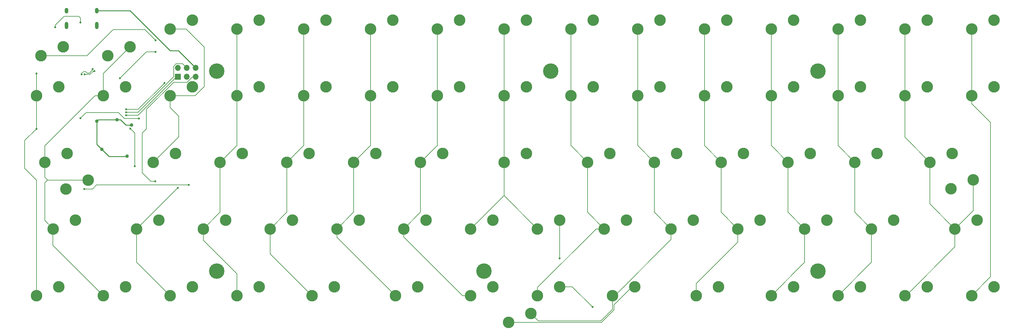
<source format=gbr>
%TF.GenerationSoftware,KiCad,Pcbnew,(6.0.8-1)-1*%
%TF.CreationDate,2024-01-25T21:18:28+01:00*%
%TF.ProjectId,tsuka60-pro,7473756b-6136-4302-9d70-726f2e6b6963,rev?*%
%TF.SameCoordinates,Original*%
%TF.FileFunction,Copper,L1,Top*%
%TF.FilePolarity,Positive*%
%FSLAX46Y46*%
G04 Gerber Fmt 4.6, Leading zero omitted, Abs format (unit mm)*
G04 Created by KiCad (PCBNEW (6.0.8-1)-1) date 2024-01-25 21:18:28*
%MOMM*%
%LPD*%
G01*
G04 APERTURE LIST*
%TA.AperFunction,ComponentPad*%
%ADD10C,3.300000*%
%TD*%
%TA.AperFunction,ConnectorPad*%
%ADD11C,4.400000*%
%TD*%
%TA.AperFunction,ComponentPad*%
%ADD12C,2.600000*%
%TD*%
%TA.AperFunction,ComponentPad*%
%ADD13R,1.700000X1.700000*%
%TD*%
%TA.AperFunction,ComponentPad*%
%ADD14O,1.700000X1.700000*%
%TD*%
%TA.AperFunction,ComponentPad*%
%ADD15O,1.000000X1.600000*%
%TD*%
%TA.AperFunction,ComponentPad*%
%ADD16O,1.000000X2.100000*%
%TD*%
%TA.AperFunction,ViaPad*%
%ADD17C,0.600000*%
%TD*%
%TA.AperFunction,ViaPad*%
%ADD18C,1.000000*%
%TD*%
%TA.AperFunction,Conductor*%
%ADD19C,0.200000*%
%TD*%
%TA.AperFunction,Conductor*%
%ADD20C,0.250000*%
%TD*%
G04 APERTURE END LIST*
D10*
%TO.P,MX17,1,COL*%
%TO.N,COL1*%
X88265000Y-105410000D03*
%TO.P,MX17,2,ROW*%
%TO.N,Net-(D17-Pad2)*%
X94615000Y-102870000D03*
%TD*%
D11*
%TO.P,H1,1*%
%TO.N,N/C*%
X120650000Y-98425000D03*
D12*
X120650000Y-98425000D03*
%TD*%
%TO.P,H2,1*%
%TO.N,N/C*%
X215900000Y-98425000D03*
D11*
X215900000Y-98425000D03*
%TD*%
%TO.P,H5,1*%
%TO.N,N/C*%
X196850000Y-155575000D03*
D12*
X196850000Y-155575000D03*
%TD*%
D11*
%TO.P,H6,1*%
%TO.N,N/C*%
X292100000Y-155575000D03*
D12*
X292100000Y-155575000D03*
%TD*%
D11*
%TO.P,H4,1*%
%TO.N,N/C*%
X120650000Y-155575000D03*
D12*
X120650000Y-155575000D03*
%TD*%
D13*
%TO.P,J3,1,MISO*%
%TO.N,MISO*%
X109537500Y-100012500D03*
D14*
%TO.P,J3,2,VCC*%
%TO.N,+5V*%
X109537500Y-97472500D03*
%TO.P,J3,3,SCK*%
%TO.N,SCK*%
X112077500Y-100012500D03*
%TO.P,J3,4,MOSI*%
%TO.N,MOSI*%
X112077500Y-97472500D03*
%TO.P,J3,5,~{RST}*%
%TO.N,RESET*%
X114617500Y-100012500D03*
%TO.P,J3,6,GND*%
%TO.N,GND*%
X114617500Y-97472500D03*
%TD*%
D11*
%TO.P,H3,1*%
%TO.N,N/C*%
X292100000Y-98425000D03*
D12*
X292100000Y-98425000D03*
%TD*%
D10*
%TO.P,MX56,1,COL*%
%TO.N,COL10*%
X269240000Y-143510000D03*
%TO.P,MX56,2,ROW*%
%TO.N,Net-(D56-Pad2)*%
X275590000Y-140970000D03*
%TD*%
%TO.P,MX73,1,COL*%
%TO.N,COL12*%
X297815000Y-162560000D03*
%TO.P,MX73,2,ROW*%
%TO.N,Net-(D73-Pad2)*%
X304165000Y-160020000D03*
%TD*%
%TO.P,MX39,1,COL*%
%TO.N,COL8*%
X226377500Y-124460000D03*
%TO.P,MX39,2,ROW*%
%TO.N,Net-(D39-Pad2)*%
X232727500Y-121920000D03*
%TD*%
%TO.P,MX19,1,COL*%
%TO.N,COL3*%
X126365000Y-105410000D03*
%TO.P,MX19,2,ROW*%
%TO.N,Net-(D19-Pad2)*%
X132715000Y-102870000D03*
%TD*%
%TO.P,MX5,1,COL*%
%TO.N,COL4*%
X145415000Y-86360000D03*
%TO.P,MX5,2,ROW*%
%TO.N,Net-(D5-Pad2)*%
X151765000Y-83820000D03*
%TD*%
%TO.P,MX16,1,COL*%
%TO.N,COL0*%
X69215000Y-105410000D03*
%TO.P,MX16,2,ROW*%
%TO.N,Net-(D16-Pad2)*%
X75565000Y-102870000D03*
%TD*%
%TO.P,MX51,1,COL*%
%TO.N,COL5*%
X154940000Y-143510000D03*
%TO.P,MX51,2,ROW*%
%TO.N,Net-(D51-Pad2)*%
X161290000Y-140970000D03*
%TD*%
%TO.P,MX40,1,COL*%
%TO.N,COL9*%
X245427500Y-124460000D03*
%TO.P,MX40,2,ROW*%
%TO.N,Net-(D40-Pad2)*%
X251777500Y-121920000D03*
%TD*%
%TO.P,MX8,1,COL*%
%TO.N,COL7*%
X202565000Y-86360000D03*
%TO.P,MX8,2,ROW*%
%TO.N,Net-(D8-Pad2)*%
X208915000Y-83820000D03*
%TD*%
%TO.P,MX7,1,COL*%
%TO.N,COL6*%
X183515000Y-86360000D03*
%TO.P,MX7,2,ROW*%
%TO.N,Net-(D7-Pad2)*%
X189865000Y-83820000D03*
%TD*%
%TO.P,MX26,1,COL*%
%TO.N,COL10*%
X259715000Y-105410000D03*
%TO.P,MX26,2,ROW*%
%TO.N,Net-(D26-Pad2)*%
X266065000Y-102870000D03*
%TD*%
%TO.P,MX68,1,COL*%
%TO.N,COL7*%
X212090000Y-143510000D03*
%TO.P,MX68,2,ROW*%
%TO.N,Net-(D68-Pad2)*%
X218440000Y-140970000D03*
%TD*%
%TO.P,MX41,1,COL*%
%TO.N,COL10*%
X264477500Y-124460000D03*
%TO.P,MX41,2,ROW*%
%TO.N,Net-(D41-Pad2)*%
X270827500Y-121920000D03*
%TD*%
%TO.P,MX48,1,COL*%
%TO.N,COL2*%
X97790000Y-143510000D03*
%TO.P,MX48,2,ROW*%
%TO.N,Net-(D48-Pad2)*%
X104140000Y-140970000D03*
%TD*%
%TO.P,MX65,1,COL*%
%TO.N,COL4*%
X147796250Y-162560000D03*
%TO.P,MX65,2,ROW*%
%TO.N,Net-(D65-Pad2)*%
X154146250Y-160020000D03*
%TD*%
%TO.P,MX22,1,COL*%
%TO.N,COL6*%
X183515000Y-105410000D03*
%TO.P,MX22,2,ROW*%
%TO.N,Net-(D22-Pad2)*%
X189865000Y-102870000D03*
%TD*%
%TO.P,MX69,1,COL*%
%TO.N,COL8*%
X212090000Y-162560000D03*
%TO.P,MX69,2,ROW*%
%TO.N,Net-(D69-Pad2)*%
X218440000Y-160020000D03*
%TD*%
%TO.P,MX35,1,COL*%
%TO.N,COL4*%
X140652500Y-124460000D03*
%TO.P,MX35,2,ROW*%
%TO.N,Net-(D35-Pad2)*%
X147002500Y-121920000D03*
%TD*%
%TO.P,MX32,1,COL*%
%TO.N,COL1*%
X83978750Y-129540000D03*
%TO.P,MX32,2,ROW*%
%TO.N,32_2*%
X77628750Y-132080000D03*
%TD*%
%TO.P,MX2,1,COL*%
%TO.N,COL1*%
X95885000Y-91440000D03*
%TO.P,MX2,2,ROW*%
%TO.N,Net-(D2-Pad2)*%
X89535000Y-93980000D03*
%TD*%
%TO.P,MX66,1,COL*%
%TO.N,COL5*%
X171608750Y-162560000D03*
%TO.P,MX66,2,ROW*%
%TO.N,Net-(D66-Pad2)*%
X177958750Y-160020000D03*
%TD*%
%TO.P,MX14,1,COL*%
%TO.N,COL13*%
X316865000Y-86360000D03*
%TO.P,MX14,2,ROW*%
%TO.N,Net-(D14-Pad2)*%
X323215000Y-83820000D03*
%TD*%
%TO.P,MX67,1,COL*%
%TO.N,COL6*%
X193040000Y-162560000D03*
%TO.P,MX67,2,ROW*%
%TO.N,Net-(D67-Pad2)*%
X199390000Y-160020000D03*
%TD*%
%TO.P,MX54,1,COL*%
%TO.N,COL8*%
X231140000Y-143510000D03*
%TO.P,MX54,2,ROW*%
%TO.N,Net-(D54-Pad2)*%
X237490000Y-140970000D03*
%TD*%
%TO.P,MX10,1,COL*%
%TO.N,COL9*%
X240665000Y-86360000D03*
%TO.P,MX10,2,ROW*%
%TO.N,Net-(D10-Pad2)*%
X247015000Y-83820000D03*
%TD*%
%TO.P,MX20,1,COL*%
%TO.N,COL4*%
X145415000Y-105410000D03*
%TO.P,MX20,2,ROW*%
%TO.N,Net-(D20-Pad2)*%
X151765000Y-102870000D03*
%TD*%
%TO.P,MX32_2,1,COL*%
%TO.N,COL1*%
X71596250Y-124460000D03*
%TO.P,MX32_2,2,ROW*%
%TO.N,32_2*%
X77946250Y-121920000D03*
%TD*%
%TO.P,MX42,1,COL*%
%TO.N,COL11*%
X283527500Y-124460000D03*
%TO.P,MX42,2,ROW*%
%TO.N,Net-(D42-Pad2)*%
X289877500Y-121920000D03*
%TD*%
%TO.P,MX24,1,COL*%
%TO.N,COL8*%
X221615000Y-105410000D03*
%TO.P,MX24,2,ROW*%
%TO.N,Net-(D24-Pad2)*%
X227965000Y-102870000D03*
%TD*%
%TO.P,MX12,1,COL*%
%TO.N,COL11*%
X278765000Y-86360000D03*
%TO.P,MX12,2,ROW*%
%TO.N,Net-(D12-Pad2)*%
X285115000Y-83820000D03*
%TD*%
D15*
%TO.P,J1,S1,SHIELD*%
%TO.N,GND*%
X86420000Y-81190000D03*
D16*
X86420000Y-85370000D03*
X77780000Y-85370000D03*
D15*
X77780000Y-81190000D03*
%TD*%
D10*
%TO.P,MX15,1,COL*%
%TO.N,COL14*%
X335915000Y-86360000D03*
%TO.P,MX15,2,ROW*%
%TO.N,Net-(D15-Pad2)*%
X342265000Y-83820000D03*
%TD*%
%TO.P,MX50,1,COL*%
%TO.N,COL4*%
X135890000Y-143510000D03*
%TO.P,MX50,2,ROW*%
%TO.N,Net-(D50-Pad2)*%
X142240000Y-140970000D03*
%TD*%
%TO.P,MX1,1,COL*%
%TO.N,COL0*%
X76835000Y-91440000D03*
%TO.P,MX1,2,ROW*%
%TO.N,Net-(D1-Pad2)*%
X70485000Y-93980000D03*
%TD*%
%TO.P,MX71,1,COL*%
%TO.N,COL10*%
X257333750Y-162560000D03*
%TO.P,MX71,2,ROW*%
%TO.N,Net-(D71-Pad2)*%
X263683750Y-160020000D03*
%TD*%
%TO.P,MX29,1,COL*%
%TO.N,COL13*%
X316865000Y-105410000D03*
%TO.P,MX29,2,ROW*%
%TO.N,Net-(D29-Pad2)*%
X323215000Y-102870000D03*
%TD*%
%TO.P,MX57,1,COL*%
%TO.N,COL11*%
X288290000Y-143510000D03*
%TO.P,MX57,2,ROW*%
%TO.N,Net-(D57-Pad2)*%
X294640000Y-140970000D03*
%TD*%
%TO.P,MX18,1,COL*%
%TO.N,COL2*%
X107315000Y-105410000D03*
%TO.P,MX18,2,ROW*%
%TO.N,Net-(D18-Pad2)*%
X113665000Y-102870000D03*
%TD*%
%TO.P,MX44,1,COL*%
%TO.N,COL13*%
X336391250Y-129477500D03*
%TO.P,MX44,2,ROW*%
%TO.N,44_2*%
X330041250Y-132017500D03*
%TD*%
%TO.P,MX21,1,COL*%
%TO.N,COL5*%
X164465000Y-105410000D03*
%TO.P,MX21,2,ROW*%
%TO.N,Net-(D21-Pad2)*%
X170815000Y-102870000D03*
%TD*%
%TO.P,MX59,1,COL*%
%TO.N,COL13*%
X331152500Y-143510000D03*
%TO.P,MX59,2,ROW*%
%TO.N,Net-(D59-Pad2)*%
X337502500Y-140970000D03*
%TD*%
%TO.P,MX43,1,COL*%
%TO.N,COL12*%
X302577500Y-124460000D03*
%TO.P,MX43,2,ROW*%
%TO.N,Net-(D43-Pad2)*%
X308927500Y-121920000D03*
%TD*%
%TO.P,MX75,1,COL*%
%TO.N,COL14*%
X335915000Y-162560000D03*
%TO.P,MX75,2,ROW*%
%TO.N,Net-(D75-Pad2)*%
X342265000Y-160020000D03*
%TD*%
%TO.P,MX38,1,COL*%
%TO.N,COL7*%
X202565000Y-124460000D03*
%TO.P,MX38,2,ROW*%
%TO.N,Net-(D38-Pad2)*%
X208915000Y-121920000D03*
%TD*%
%TO.P,MX36,1,COL*%
%TO.N,COL5*%
X159702500Y-124460000D03*
%TO.P,MX36,2,ROW*%
%TO.N,Net-(D36-Pad2)*%
X166052500Y-121920000D03*
%TD*%
%TO.P,MX11,1,COL*%
%TO.N,COL10*%
X259715000Y-86360000D03*
%TO.P,MX11,2,ROW*%
%TO.N,Net-(D11-Pad2)*%
X266065000Y-83820000D03*
%TD*%
%TO.P,MX61,1,COL*%
%TO.N,COL0*%
X69215000Y-162560000D03*
%TO.P,MX61,2,ROW*%
%TO.N,Net-(D61-Pad2)*%
X75565000Y-160020000D03*
%TD*%
%TO.P,MX27,1,COL*%
%TO.N,COL11*%
X278765000Y-105410000D03*
%TO.P,MX27,2,ROW*%
%TO.N,Net-(D27-Pad2)*%
X285115000Y-102870000D03*
%TD*%
%TO.P,MX47,1,COL*%
%TO.N,COL1*%
X73977500Y-143510000D03*
%TO.P,MX47,2,ROW*%
%TO.N,Net-(D47-Pad2)*%
X80327500Y-140970000D03*
%TD*%
%TO.P,MX3,1,COL*%
%TO.N,COL2*%
X107315000Y-86360000D03*
%TO.P,MX3,2,ROW*%
%TO.N,Net-(D3-Pad2)*%
X113665000Y-83820000D03*
%TD*%
%TO.P,MX33,1,COL*%
%TO.N,COL2*%
X102552500Y-124460000D03*
%TO.P,MX33,2,ROW*%
%TO.N,Net-(D33-Pad2)*%
X108902500Y-121920000D03*
%TD*%
%TO.P,MX49,1,COL*%
%TO.N,COL3*%
X116840000Y-143510000D03*
%TO.P,MX49,2,ROW*%
%TO.N,Net-(D49-Pad2)*%
X123190000Y-140970000D03*
%TD*%
%TO.P,MX64,1,COL*%
%TO.N,COL3*%
X126365000Y-162560000D03*
%TO.P,MX64,2,ROW*%
%TO.N,Net-(D64-Pad2)*%
X132715000Y-160020000D03*
%TD*%
%TO.P,MX23,1,COL*%
%TO.N,COL7*%
X202565000Y-105410000D03*
%TO.P,MX23,2,ROW*%
%TO.N,Net-(D23-Pad2)*%
X208915000Y-102870000D03*
%TD*%
%TO.P,MX13,1,COL*%
%TO.N,COL12*%
X297815000Y-86360000D03*
%TO.P,MX13,2,ROW*%
%TO.N,Net-(D13-Pad2)*%
X304165000Y-83820000D03*
%TD*%
%TO.P,MX9,1,COL*%
%TO.N,COL8*%
X221615000Y-86360000D03*
%TO.P,MX9,2,ROW*%
%TO.N,Net-(D9-Pad2)*%
X227965000Y-83820000D03*
%TD*%
%TO.P,MX34,1,COL*%
%TO.N,COL3*%
X121602500Y-124460000D03*
%TO.P,MX34,2,ROW*%
%TO.N,Net-(D34-Pad2)*%
X127952500Y-121920000D03*
%TD*%
%TO.P,MX63,1,COL*%
%TO.N,COL2*%
X107315000Y-162560000D03*
%TO.P,MX63,2,ROW*%
%TO.N,Net-(D63-Pad2)*%
X113665000Y-160020000D03*
%TD*%
%TO.P,MX53,1,COL*%
%TO.N,COL7*%
X193040000Y-143510000D03*
%TO.P,MX53,2,ROW*%
%TO.N,Net-(D53-Pad2)*%
X199390000Y-140970000D03*
%TD*%
%TO.P,MX74,1,COL*%
%TO.N,COL13*%
X316865000Y-162560000D03*
%TO.P,MX74,2,ROW*%
%TO.N,Net-(D74-Pad2)*%
X323215000Y-160020000D03*
%TD*%
%TO.P,MX4,1,COL*%
%TO.N,COL3*%
X126365000Y-86360000D03*
%TO.P,MX4,2,ROW*%
%TO.N,Net-(D4-Pad2)*%
X132715000Y-83820000D03*
%TD*%
%TO.P,MX52,1,COL*%
%TO.N,COL6*%
X173990000Y-143510000D03*
%TO.P,MX52,2,ROW*%
%TO.N,Net-(D52-Pad2)*%
X180340000Y-140970000D03*
%TD*%
%TO.P,MX55,1,COL*%
%TO.N,COL9*%
X250190000Y-143510000D03*
%TO.P,MX55,2,ROW*%
%TO.N,Net-(D55-Pad2)*%
X256540000Y-140970000D03*
%TD*%
%TO.P,MX25,1,COL*%
%TO.N,COL9*%
X240665000Y-105410000D03*
%TO.P,MX25,2,ROW*%
%TO.N,Net-(D25-Pad2)*%
X247015000Y-102870000D03*
%TD*%
%TO.P,MX72,1,COL*%
%TO.N,COL11*%
X278765000Y-162560000D03*
%TO.P,MX72,2,ROW*%
%TO.N,Net-(D72-Pad2)*%
X285115000Y-160020000D03*
%TD*%
%TO.P,MX30,1,COL*%
%TO.N,COL14*%
X335915000Y-105410000D03*
%TO.P,MX30,2,ROW*%
%TO.N,Net-(D30-Pad2)*%
X342265000Y-102870000D03*
%TD*%
%TO.P,MX70_2,1,COL*%
%TO.N,COL9*%
X210185000Y-167640000D03*
%TO.P,MX70_2,2,ROW*%
%TO.N,70_2*%
X203835000Y-170180000D03*
%TD*%
%TO.P,MX58,1,COL*%
%TO.N,COL12*%
X307340000Y-143510000D03*
%TO.P,MX58,2,ROW*%
%TO.N,Net-(D58-Pad2)*%
X313690000Y-140970000D03*
%TD*%
%TO.P,MX70,1,COL*%
%TO.N,COL9*%
X233521250Y-162560000D03*
%TO.P,MX70,2,ROW*%
%TO.N,70_2*%
X239871250Y-160020000D03*
%TD*%
%TO.P,MX28,1,COL*%
%TO.N,COL12*%
X297815000Y-105410000D03*
%TO.P,MX28,2,ROW*%
%TO.N,Net-(D28-Pad2)*%
X304165000Y-102870000D03*
%TD*%
%TO.P,MX37,1,COL*%
%TO.N,COL6*%
X178752500Y-124460000D03*
%TO.P,MX37,2,ROW*%
%TO.N,Net-(D37-Pad2)*%
X185102500Y-121920000D03*
%TD*%
%TO.P,MX44_2,1,COL*%
%TO.N,COL13*%
X324008750Y-124460000D03*
%TO.P,MX44_2,2,ROW*%
%TO.N,44_2*%
X330358750Y-121920000D03*
%TD*%
%TO.P,MX62,1,COL*%
%TO.N,COL1*%
X88265000Y-162560000D03*
%TO.P,MX62,2,ROW*%
%TO.N,Net-(D62-Pad2)*%
X94615000Y-160020000D03*
%TD*%
%TO.P,MX6,1,COL*%
%TO.N,COL5*%
X164465000Y-86360000D03*
%TO.P,MX6,2,ROW*%
%TO.N,Net-(D6-Pad2)*%
X170815000Y-83820000D03*
%TD*%
D17*
%TO.N,SCK*%
X105705958Y-101805958D03*
%TO.N,ROW1*%
X98487500Y-111981250D03*
%TO.N,MISO*%
X94805274Y-111015954D03*
%TO.N,MOSI*%
X94819138Y-110207496D03*
%TO.N,SCK*%
X94826089Y-109373911D03*
D18*
%TO.N,+5V*%
X92200604Y-112299396D03*
X96309375Y-113840625D03*
X86412500Y-112712500D03*
X95100000Y-122750000D03*
X87843750Y-120756250D03*
D17*
%TO.N,ROW0*%
X103187500Y-92931250D03*
X92995961Y-100470861D03*
%TO.N,Net-(D1-Pad2)*%
X103187500Y-89631250D03*
%TO.N,ROW1*%
X81756250Y-111918750D03*
%TO.N,32_2*%
X82867500Y-132080000D03*
X112712500Y-130968750D03*
%TO.N,Net-(D68-Pad2)*%
X218440000Y-151940000D03*
%TO.N,Net-(D69-Pad2)*%
X227806250Y-165831250D03*
%TO.N,D-*%
X82150000Y-99377810D03*
X85217157Y-97817157D03*
%TO.N,D+*%
X85782843Y-98382843D03*
X82950000Y-99377810D03*
%TO.N,COL0*%
X69215000Y-114935000D03*
X69215000Y-99060000D03*
%TO.N,RESET*%
X97245579Y-125621378D03*
X96000000Y-114875500D03*
X103112500Y-129912500D03*
%TO.N,Net-(J1-PadA5)*%
X81800000Y-84524500D03*
X74612500Y-85862500D03*
%TO.N,COL2*%
X109537500Y-131762500D03*
%TD*%
D19*
%TO.N,SCK*%
X96573911Y-109373911D02*
X98226089Y-109373911D01*
X96573911Y-109373911D02*
X94826089Y-109373911D01*
X98226089Y-109373911D02*
X105705958Y-101894042D01*
X105705958Y-101894042D02*
X105705958Y-101805958D01*
%TO.N,MOSI*%
X94819138Y-110207496D02*
X98192504Y-110207496D01*
X98192504Y-110207496D02*
X108341827Y-100058173D01*
X108341827Y-100058173D02*
X108341827Y-97041827D01*
X108341827Y-97041827D02*
X109061154Y-96322500D01*
X109061154Y-96322500D02*
X110927500Y-96322500D01*
X110927500Y-96322500D02*
X112077500Y-97472500D01*
%TO.N,MISO*%
X94805274Y-111015954D02*
X98184046Y-111015954D01*
X98184046Y-111015954D02*
X109187500Y-100012500D01*
X109187500Y-100012500D02*
X109537500Y-100012500D01*
%TO.N,RESET*%
X114617500Y-100012500D02*
X113764783Y-100012500D01*
X113764783Y-100012500D02*
X112177283Y-101600000D01*
X112177283Y-101600000D02*
X108367283Y-101600000D01*
X108367283Y-101600000D02*
X100600000Y-109367283D01*
X100600000Y-114900000D02*
X99400000Y-116100000D01*
X101812500Y-129912500D02*
X103112500Y-129912500D01*
X100600000Y-109367283D02*
X100600000Y-114900000D01*
X99400000Y-116100000D02*
X99400000Y-127500000D01*
X99400000Y-127500000D02*
X101812500Y-129912500D01*
%TO.N,COL2*%
X107315000Y-105410000D02*
X114490000Y-105410000D01*
X114490000Y-105410000D02*
X117100000Y-102800000D01*
X117100000Y-91560222D02*
X111899777Y-86360000D01*
X117100000Y-102800000D02*
X117100000Y-91560222D01*
X111899777Y-86360000D02*
X107315000Y-86360000D01*
D20*
%TO.N,+5V*%
X94700000Y-113800000D02*
X93199396Y-112299396D01*
X93199396Y-112299396D02*
X92200604Y-112299396D01*
D19*
%TO.N,ROW1*%
X81756250Y-111918750D02*
X83381099Y-110293901D01*
X92593901Y-110293901D02*
X94281250Y-111981250D01*
X83381099Y-110293901D02*
X92593901Y-110293901D01*
X94281250Y-111981250D02*
X98487500Y-111981250D01*
D20*
%TO.N,+5V*%
X92200604Y-112299396D02*
X86825604Y-112299396D01*
%TO.N,GND*%
X95890000Y-81190000D02*
X107300000Y-92600000D01*
X86420000Y-81190000D02*
X95890000Y-81190000D01*
X107300000Y-92600000D02*
X109745000Y-92600000D01*
X109745000Y-92600000D02*
X114617500Y-97472500D01*
%TO.N,+5V*%
X96268750Y-113800000D02*
X94700000Y-113800000D01*
X96309375Y-113840625D02*
X96268750Y-113800000D01*
X86412500Y-119325000D02*
X87843750Y-120756250D01*
X89900000Y-122800000D02*
X95050000Y-122800000D01*
X86412500Y-112712500D02*
X86412500Y-119325000D01*
X87843750Y-120756250D02*
X87856250Y-120756250D01*
X87856250Y-120756250D02*
X89900000Y-122800000D01*
X86825604Y-112299396D02*
X86412500Y-112712500D01*
X95050000Y-122800000D02*
X95100000Y-122750000D01*
D19*
%TO.N,ROW0*%
X92995961Y-100470861D02*
X100535572Y-92931250D01*
X100535572Y-92931250D02*
X103187500Y-92931250D01*
%TO.N,Net-(D1-Pad2)*%
X91071315Y-86556099D02*
X100112349Y-86556099D01*
X100112349Y-86556099D02*
X103187500Y-89631250D01*
X70485000Y-93980000D02*
X83647414Y-93980000D01*
X83647414Y-93980000D02*
X91071315Y-86556099D01*
%TO.N,32_2*%
X86360000Y-130968750D02*
X85248750Y-132080000D01*
X82867500Y-132080000D02*
X85248750Y-132080000D01*
X112712500Y-130968750D02*
X86360000Y-130968750D01*
%TO.N,COL10*%
X257333750Y-159146250D02*
X269240000Y-147240000D01*
X264477500Y-124460000D02*
X264477500Y-138747500D01*
X269240000Y-143510000D02*
X269240000Y-147240000D01*
X259715000Y-86360000D02*
X259715000Y-105410000D01*
X264477500Y-138747500D02*
X269240000Y-143510000D01*
X259715000Y-105410000D02*
X259715000Y-119697500D01*
X257333750Y-162560000D02*
X257333750Y-159146250D01*
X259715000Y-119697500D02*
X264477500Y-124460000D01*
%TO.N,Net-(D68-Pad2)*%
X218440000Y-140970000D02*
X218440000Y-151460000D01*
X218440000Y-151460000D02*
X218440000Y-151940000D01*
%TO.N,Net-(D69-Pad2)*%
X218440000Y-160020000D02*
X221995000Y-160020000D01*
X221995000Y-160020000D02*
X227806250Y-165831250D01*
%TO.N,D-*%
X85217157Y-98100000D02*
X85217157Y-97817157D01*
X82150000Y-99377810D02*
X82150000Y-99046439D01*
X84339347Y-98977810D02*
X85217157Y-98100000D01*
X83681371Y-98977810D02*
X84339347Y-98977810D01*
X82618629Y-98577810D02*
X83281371Y-98577810D01*
X83281371Y-98577810D02*
X83681371Y-98977810D01*
X82150000Y-99046439D02*
X82618629Y-98577810D01*
%TO.N,D+*%
X82950000Y-99377810D02*
X84505033Y-99377810D01*
X85500000Y-98382843D02*
X85782843Y-98382843D01*
X84505033Y-99377810D02*
X85500000Y-98382843D01*
%TO.N,COL0*%
X69215000Y-114935000D02*
X65881250Y-118268750D01*
X69215000Y-105410000D02*
X69215000Y-99060000D01*
X69215000Y-129540000D02*
X65881250Y-126206250D01*
X65881250Y-119062500D02*
X65881250Y-118268750D01*
X69215000Y-107791250D02*
X69215000Y-114935000D01*
X69215000Y-107791250D02*
X69215000Y-105410000D01*
X69215000Y-162560000D02*
X69215000Y-129540000D01*
X65881250Y-126206250D02*
X65881250Y-119062500D01*
%TO.N,COL1*%
X71596250Y-131127500D02*
X71596250Y-141128750D01*
X72390000Y-129540000D02*
X71596250Y-128746250D01*
X73932501Y-148227501D02*
X88265000Y-162560000D01*
X71596250Y-119745298D02*
X71596250Y-124460000D01*
X71596250Y-124460000D02*
X71596250Y-128746250D01*
X73932501Y-143554999D02*
X73932501Y-148227501D01*
X71596250Y-141128750D02*
X73977500Y-143510000D01*
X71596250Y-130333750D02*
X71596250Y-131127500D01*
X88265000Y-99060000D02*
X95885000Y-91440000D01*
X85931548Y-105410000D02*
X71596250Y-119745298D01*
X72390000Y-129540000D02*
X71596250Y-130333750D01*
X88265000Y-105410000D02*
X88265000Y-99060000D01*
X88265000Y-105410000D02*
X85931548Y-105410000D01*
X73977500Y-143510000D02*
X73932501Y-143554999D01*
X83978750Y-129540000D02*
X72390000Y-129540000D01*
%TO.N,COL5*%
X154940000Y-143510000D02*
X154940000Y-145891250D01*
X164465000Y-105410000D02*
X164465000Y-119697500D01*
X164465000Y-119697500D02*
X159702500Y-124460000D01*
X164465000Y-86360000D02*
X164465000Y-105410000D01*
X159702500Y-138747500D02*
X154940000Y-143510000D01*
X154940000Y-145891250D02*
X171608750Y-162560000D01*
X159702500Y-124460000D02*
X159702500Y-138747500D01*
%TO.N,COL6*%
X178752500Y-138747500D02*
X173990000Y-143510000D01*
X173990000Y-145843452D02*
X190706548Y-162560000D01*
X183515000Y-86360000D02*
X183515000Y-105410000D01*
X178752500Y-124460000D02*
X178752500Y-138747500D01*
X173990000Y-143510000D02*
X173990000Y-145843452D01*
X183515000Y-105410000D02*
X183515000Y-119697500D01*
X190706548Y-162560000D02*
X193040000Y-162560000D01*
X183515000Y-119697500D02*
X178752500Y-124460000D01*
%TO.N,COL7*%
X193040000Y-143510000D02*
X202565000Y-133985000D01*
X202565000Y-124460000D02*
X202565000Y-133985000D01*
X202565000Y-86360000D02*
X202565000Y-105410000D01*
X202565000Y-133985000D02*
X212090000Y-143510000D01*
X202565000Y-105410000D02*
X202565000Y-124460000D01*
%TO.N,COL8*%
X228806548Y-143510000D02*
X212090000Y-160226548D01*
X226377500Y-124460000D02*
X226377500Y-138747500D01*
X221615000Y-105410000D02*
X221615000Y-119697500D01*
X226377500Y-138747500D02*
X231140000Y-143510000D01*
X231140000Y-143510000D02*
X228806548Y-143510000D01*
X221615000Y-119697500D02*
X226377500Y-124460000D01*
X212090000Y-160226548D02*
X212090000Y-162560000D01*
X221615000Y-86360000D02*
X221615000Y-105410000D01*
%TO.N,COL9*%
X240665000Y-86360000D02*
X240665000Y-105410000D01*
X233521250Y-166478750D02*
X230220000Y-169780000D01*
X234142414Y-162560000D02*
X250190000Y-146512414D01*
X212325000Y-169780000D02*
X210185000Y-167640000D01*
X233521250Y-162560000D02*
X233521250Y-166478750D01*
X240665000Y-119697500D02*
X245427500Y-124460000D01*
X233521250Y-162560000D02*
X234142414Y-162560000D01*
X245427500Y-138747500D02*
X250190000Y-143510000D01*
X240665000Y-105410000D02*
X240665000Y-119697500D01*
X230220000Y-169780000D02*
X212325000Y-169780000D01*
X245427500Y-124460000D02*
X245427500Y-138747500D01*
X250190000Y-146512414D02*
X250190000Y-143510000D01*
%TO.N,COL13*%
X316865000Y-105410000D02*
X316865000Y-117316250D01*
X336391250Y-129477500D02*
X336391250Y-138271250D01*
X324008750Y-136366250D02*
X331152500Y-143510000D01*
X331152500Y-143510000D02*
X331152500Y-148633034D01*
X324008750Y-124460000D02*
X324008750Y-136366250D01*
X336391250Y-138271250D02*
X331152500Y-143510000D01*
X316865000Y-117316250D02*
X324008750Y-124460000D01*
X316865000Y-86360000D02*
X316865000Y-105410000D01*
X317225534Y-162560000D02*
X316865000Y-162560000D01*
X331152500Y-148633034D02*
X317225534Y-162560000D01*
%TO.N,COL14*%
X335915000Y-107743452D02*
X341267501Y-113095953D01*
X341267501Y-113095953D02*
X341267501Y-157207499D01*
X341267501Y-157207499D02*
X335915000Y-162560000D01*
X335915000Y-105410000D02*
X335915000Y-107743452D01*
X335915000Y-86360000D02*
X335915000Y-105410000D01*
%TO.N,RESET*%
X97250000Y-123250000D02*
X97250000Y-125616957D01*
X97250000Y-116125500D02*
X97250000Y-116650000D01*
X96000000Y-114875500D02*
X97250000Y-116125500D01*
X97250000Y-116650000D02*
X97250000Y-123250000D01*
X97250000Y-125616957D02*
X97245579Y-125621378D01*
%TO.N,Net-(J1-PadA5)*%
X81800000Y-83300000D02*
X81300000Y-82800000D01*
X77100000Y-82800000D02*
X74612500Y-85287500D01*
X74612500Y-85287500D02*
X74612500Y-85862500D01*
X81300000Y-82800000D02*
X77100000Y-82800000D01*
X81800000Y-84524500D02*
X81800000Y-83300000D01*
%TO.N,COL2*%
X109800000Y-117212500D02*
X109800000Y-111300000D01*
X101600000Y-139700000D02*
X97790000Y-143510000D01*
X109800000Y-111300000D02*
X107315000Y-108815000D01*
X97790000Y-143510000D02*
X97790000Y-153035000D01*
X107315000Y-108815000D02*
X107315000Y-105410000D01*
X101600000Y-139700000D02*
X109537500Y-131762500D01*
X102552500Y-124460000D02*
X109800000Y-117212500D01*
X97790000Y-153035000D02*
X107315000Y-162560000D01*
%TO.N,COL3*%
X126365000Y-105410000D02*
X126365000Y-119697500D01*
X121602500Y-138747500D02*
X116840000Y-143510000D01*
X116840000Y-146790000D02*
X126365000Y-156315000D01*
X121602500Y-124460000D02*
X121602500Y-138747500D01*
X126365000Y-156315000D02*
X126365000Y-162560000D01*
X126365000Y-86360000D02*
X126365000Y-105410000D01*
X116840000Y-143510000D02*
X116840000Y-146790000D01*
X126365000Y-119697500D02*
X121602500Y-124460000D01*
%TO.N,COL4*%
X140652500Y-124460000D02*
X140652500Y-138747500D01*
X145415000Y-105410000D02*
X145415000Y-119697500D01*
X145415000Y-86360000D02*
X145415000Y-105410000D01*
X135890000Y-143510000D02*
X135890000Y-150653750D01*
X145415000Y-119697500D02*
X140652500Y-124460000D01*
X140652500Y-138747500D02*
X135890000Y-143510000D01*
X135890000Y-150653750D02*
X147796250Y-162560000D01*
%TO.N,COL11*%
X278765000Y-119697500D02*
X283527500Y-124460000D01*
X283527500Y-138747500D02*
X288290000Y-143510000D01*
X278765000Y-86360000D02*
X278765000Y-105410000D01*
X283527500Y-124460000D02*
X283527500Y-138747500D01*
X278765000Y-105410000D02*
X278765000Y-119697500D01*
X288290000Y-143510000D02*
X288290000Y-153035000D01*
X288290000Y-153035000D02*
X278765000Y-162560000D01*
%TO.N,COL12*%
X307340000Y-143510000D02*
X307340000Y-153035000D01*
X302577500Y-124460000D02*
X302577500Y-138747500D01*
X297815000Y-86360000D02*
X297815000Y-105410000D01*
X307340000Y-153035000D02*
X297815000Y-162560000D01*
X297815000Y-105410000D02*
X297815000Y-119697500D01*
X302577500Y-138747500D02*
X307340000Y-143510000D01*
X297815000Y-119697500D02*
X302577500Y-124460000D01*
%TO.N,70_2*%
X239096473Y-160020000D02*
X234508236Y-164608236D01*
X234508236Y-164608236D02*
X233921250Y-165195222D01*
X233921250Y-166644436D02*
X230385686Y-170180000D01*
X233921250Y-165195222D02*
X233921250Y-165700000D01*
X233921250Y-165700000D02*
X233921250Y-166644436D01*
X239871250Y-160020000D02*
X239096473Y-160020000D01*
X230385686Y-170180000D02*
X203835000Y-170180000D01*
%TD*%
M02*

</source>
